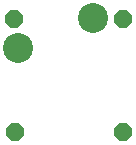
<source format=gbl>
G04 EAGLE Gerber RS-274X export*
G75*
%MOMM*%
%FSLAX34Y34*%
%LPD*%
%INBottom Copper*%
%IPPOS*%
%AMOC8*
5,1,8,0,0,1.08239X$1,22.5*%
G01*
%ADD10P,1.649562X8X22.500000*%
%ADD11C,2.540000*%


D10*
X37600Y126500D03*
X129800Y126500D03*
X38000Y31500D03*
X129600Y31300D03*
D11*
X40900Y102400D03*
X104400Y127800D03*
M02*

</source>
